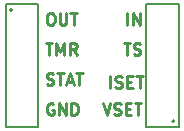
<source format=gbr>
%TF.GenerationSoftware,KiCad,Pcbnew,8.0.6*%
%TF.CreationDate,2025-01-14T14:49:09-07:00*%
%TF.ProjectId,ChargerBoard,43686172-6765-4724-926f-6172642e6b69,rev?*%
%TF.SameCoordinates,Original*%
%TF.FileFunction,Legend,Top*%
%TF.FilePolarity,Positive*%
%FSLAX46Y46*%
G04 Gerber Fmt 4.6, Leading zero omitted, Abs format (unit mm)*
G04 Created by KiCad (PCBNEW 8.0.6) date 2025-01-14 14:49:09*
%MOMM*%
%LPD*%
G01*
G04 APERTURE LIST*
%ADD10C,0.250000*%
%ADD11C,0.200000*%
G04 APERTURE END LIST*
D10*
X144103044Y-93352619D02*
X144293520Y-93352619D01*
X144293520Y-93352619D02*
X144388758Y-93400238D01*
X144388758Y-93400238D02*
X144483996Y-93495476D01*
X144483996Y-93495476D02*
X144531615Y-93685952D01*
X144531615Y-93685952D02*
X144531615Y-94019285D01*
X144531615Y-94019285D02*
X144483996Y-94209761D01*
X144483996Y-94209761D02*
X144388758Y-94305000D01*
X144388758Y-94305000D02*
X144293520Y-94352619D01*
X144293520Y-94352619D02*
X144103044Y-94352619D01*
X144103044Y-94352619D02*
X144007806Y-94305000D01*
X144007806Y-94305000D02*
X143912568Y-94209761D01*
X143912568Y-94209761D02*
X143864949Y-94019285D01*
X143864949Y-94019285D02*
X143864949Y-93685952D01*
X143864949Y-93685952D02*
X143912568Y-93495476D01*
X143912568Y-93495476D02*
X144007806Y-93400238D01*
X144007806Y-93400238D02*
X144103044Y-93352619D01*
X144960187Y-93352619D02*
X144960187Y-94162142D01*
X144960187Y-94162142D02*
X145007806Y-94257380D01*
X145007806Y-94257380D02*
X145055425Y-94305000D01*
X145055425Y-94305000D02*
X145150663Y-94352619D01*
X145150663Y-94352619D02*
X145341139Y-94352619D01*
X145341139Y-94352619D02*
X145436377Y-94305000D01*
X145436377Y-94305000D02*
X145483996Y-94257380D01*
X145483996Y-94257380D02*
X145531615Y-94162142D01*
X145531615Y-94162142D02*
X145531615Y-93352619D01*
X145864949Y-93352619D02*
X146436377Y-93352619D01*
X146150663Y-94352619D02*
X146150663Y-93352619D01*
X150672568Y-94364619D02*
X150672568Y-93364619D01*
X151148758Y-94364619D02*
X151148758Y-93364619D01*
X151148758Y-93364619D02*
X151720186Y-94364619D01*
X151720186Y-94364619D02*
X151720186Y-93364619D01*
X148595711Y-100972619D02*
X148929044Y-101972619D01*
X148929044Y-101972619D02*
X149262377Y-100972619D01*
X149548092Y-101925000D02*
X149690949Y-101972619D01*
X149690949Y-101972619D02*
X149929044Y-101972619D01*
X149929044Y-101972619D02*
X150024282Y-101925000D01*
X150024282Y-101925000D02*
X150071901Y-101877380D01*
X150071901Y-101877380D02*
X150119520Y-101782142D01*
X150119520Y-101782142D02*
X150119520Y-101686904D01*
X150119520Y-101686904D02*
X150071901Y-101591666D01*
X150071901Y-101591666D02*
X150024282Y-101544047D01*
X150024282Y-101544047D02*
X149929044Y-101496428D01*
X149929044Y-101496428D02*
X149738568Y-101448809D01*
X149738568Y-101448809D02*
X149643330Y-101401190D01*
X149643330Y-101401190D02*
X149595711Y-101353571D01*
X149595711Y-101353571D02*
X149548092Y-101258333D01*
X149548092Y-101258333D02*
X149548092Y-101163095D01*
X149548092Y-101163095D02*
X149595711Y-101067857D01*
X149595711Y-101067857D02*
X149643330Y-101020238D01*
X149643330Y-101020238D02*
X149738568Y-100972619D01*
X149738568Y-100972619D02*
X149976663Y-100972619D01*
X149976663Y-100972619D02*
X150119520Y-101020238D01*
X150548092Y-101448809D02*
X150881425Y-101448809D01*
X151024282Y-101972619D02*
X150548092Y-101972619D01*
X150548092Y-101972619D02*
X150548092Y-100972619D01*
X150548092Y-100972619D02*
X151024282Y-100972619D01*
X151309997Y-100972619D02*
X151881425Y-100972619D01*
X151595711Y-101972619D02*
X151595711Y-100972619D01*
X150373711Y-95892619D02*
X150945139Y-95892619D01*
X150659425Y-96892619D02*
X150659425Y-95892619D01*
X151230854Y-96845000D02*
X151373711Y-96892619D01*
X151373711Y-96892619D02*
X151611806Y-96892619D01*
X151611806Y-96892619D02*
X151707044Y-96845000D01*
X151707044Y-96845000D02*
X151754663Y-96797380D01*
X151754663Y-96797380D02*
X151802282Y-96702142D01*
X151802282Y-96702142D02*
X151802282Y-96606904D01*
X151802282Y-96606904D02*
X151754663Y-96511666D01*
X151754663Y-96511666D02*
X151707044Y-96464047D01*
X151707044Y-96464047D02*
X151611806Y-96416428D01*
X151611806Y-96416428D02*
X151421330Y-96368809D01*
X151421330Y-96368809D02*
X151326092Y-96321190D01*
X151326092Y-96321190D02*
X151278473Y-96273571D01*
X151278473Y-96273571D02*
X151230854Y-96178333D01*
X151230854Y-96178333D02*
X151230854Y-96083095D01*
X151230854Y-96083095D02*
X151278473Y-95987857D01*
X151278473Y-95987857D02*
X151326092Y-95940238D01*
X151326092Y-95940238D02*
X151421330Y-95892619D01*
X151421330Y-95892619D02*
X151659425Y-95892619D01*
X151659425Y-95892619D02*
X151802282Y-95940238D01*
X149246568Y-99686619D02*
X149246568Y-98686619D01*
X149675139Y-99639000D02*
X149817996Y-99686619D01*
X149817996Y-99686619D02*
X150056091Y-99686619D01*
X150056091Y-99686619D02*
X150151329Y-99639000D01*
X150151329Y-99639000D02*
X150198948Y-99591380D01*
X150198948Y-99591380D02*
X150246567Y-99496142D01*
X150246567Y-99496142D02*
X150246567Y-99400904D01*
X150246567Y-99400904D02*
X150198948Y-99305666D01*
X150198948Y-99305666D02*
X150151329Y-99258047D01*
X150151329Y-99258047D02*
X150056091Y-99210428D01*
X150056091Y-99210428D02*
X149865615Y-99162809D01*
X149865615Y-99162809D02*
X149770377Y-99115190D01*
X149770377Y-99115190D02*
X149722758Y-99067571D01*
X149722758Y-99067571D02*
X149675139Y-98972333D01*
X149675139Y-98972333D02*
X149675139Y-98877095D01*
X149675139Y-98877095D02*
X149722758Y-98781857D01*
X149722758Y-98781857D02*
X149770377Y-98734238D01*
X149770377Y-98734238D02*
X149865615Y-98686619D01*
X149865615Y-98686619D02*
X150103710Y-98686619D01*
X150103710Y-98686619D02*
X150246567Y-98734238D01*
X150675139Y-99162809D02*
X151008472Y-99162809D01*
X151151329Y-99686619D02*
X150675139Y-99686619D01*
X150675139Y-99686619D02*
X150675139Y-98686619D01*
X150675139Y-98686619D02*
X151151329Y-98686619D01*
X151437044Y-98686619D02*
X152008472Y-98686619D01*
X151722758Y-99686619D02*
X151722758Y-98686619D01*
X144436377Y-101020238D02*
X144341139Y-100972619D01*
X144341139Y-100972619D02*
X144198282Y-100972619D01*
X144198282Y-100972619D02*
X144055425Y-101020238D01*
X144055425Y-101020238D02*
X143960187Y-101115476D01*
X143960187Y-101115476D02*
X143912568Y-101210714D01*
X143912568Y-101210714D02*
X143864949Y-101401190D01*
X143864949Y-101401190D02*
X143864949Y-101544047D01*
X143864949Y-101544047D02*
X143912568Y-101734523D01*
X143912568Y-101734523D02*
X143960187Y-101829761D01*
X143960187Y-101829761D02*
X144055425Y-101925000D01*
X144055425Y-101925000D02*
X144198282Y-101972619D01*
X144198282Y-101972619D02*
X144293520Y-101972619D01*
X144293520Y-101972619D02*
X144436377Y-101925000D01*
X144436377Y-101925000D02*
X144483996Y-101877380D01*
X144483996Y-101877380D02*
X144483996Y-101544047D01*
X144483996Y-101544047D02*
X144293520Y-101544047D01*
X144912568Y-101972619D02*
X144912568Y-100972619D01*
X144912568Y-100972619D02*
X145483996Y-101972619D01*
X145483996Y-101972619D02*
X145483996Y-100972619D01*
X145960187Y-101972619D02*
X145960187Y-100972619D01*
X145960187Y-100972619D02*
X146198282Y-100972619D01*
X146198282Y-100972619D02*
X146341139Y-101020238D01*
X146341139Y-101020238D02*
X146436377Y-101115476D01*
X146436377Y-101115476D02*
X146483996Y-101210714D01*
X146483996Y-101210714D02*
X146531615Y-101401190D01*
X146531615Y-101401190D02*
X146531615Y-101544047D01*
X146531615Y-101544047D02*
X146483996Y-101734523D01*
X146483996Y-101734523D02*
X146436377Y-101829761D01*
X146436377Y-101829761D02*
X146341139Y-101925000D01*
X146341139Y-101925000D02*
X146198282Y-101972619D01*
X146198282Y-101972619D02*
X145960187Y-101972619D01*
X143864949Y-99385000D02*
X144007806Y-99432619D01*
X144007806Y-99432619D02*
X144245901Y-99432619D01*
X144245901Y-99432619D02*
X144341139Y-99385000D01*
X144341139Y-99385000D02*
X144388758Y-99337380D01*
X144388758Y-99337380D02*
X144436377Y-99242142D01*
X144436377Y-99242142D02*
X144436377Y-99146904D01*
X144436377Y-99146904D02*
X144388758Y-99051666D01*
X144388758Y-99051666D02*
X144341139Y-99004047D01*
X144341139Y-99004047D02*
X144245901Y-98956428D01*
X144245901Y-98956428D02*
X144055425Y-98908809D01*
X144055425Y-98908809D02*
X143960187Y-98861190D01*
X143960187Y-98861190D02*
X143912568Y-98813571D01*
X143912568Y-98813571D02*
X143864949Y-98718333D01*
X143864949Y-98718333D02*
X143864949Y-98623095D01*
X143864949Y-98623095D02*
X143912568Y-98527857D01*
X143912568Y-98527857D02*
X143960187Y-98480238D01*
X143960187Y-98480238D02*
X144055425Y-98432619D01*
X144055425Y-98432619D02*
X144293520Y-98432619D01*
X144293520Y-98432619D02*
X144436377Y-98480238D01*
X144722092Y-98432619D02*
X145293520Y-98432619D01*
X145007806Y-99432619D02*
X145007806Y-98432619D01*
X145579235Y-99146904D02*
X146055425Y-99146904D01*
X145483997Y-99432619D02*
X145817330Y-98432619D01*
X145817330Y-98432619D02*
X146150663Y-99432619D01*
X146341140Y-98432619D02*
X146912568Y-98432619D01*
X146626854Y-99432619D02*
X146626854Y-98432619D01*
X143769711Y-95892619D02*
X144341139Y-95892619D01*
X144055425Y-96892619D02*
X144055425Y-95892619D01*
X144674473Y-96892619D02*
X144674473Y-95892619D01*
X144674473Y-95892619D02*
X145007806Y-96606904D01*
X145007806Y-96606904D02*
X145341139Y-95892619D01*
X145341139Y-95892619D02*
X145341139Y-96892619D01*
X146388758Y-96892619D02*
X146055425Y-96416428D01*
X145817330Y-96892619D02*
X145817330Y-95892619D01*
X145817330Y-95892619D02*
X146198282Y-95892619D01*
X146198282Y-95892619D02*
X146293520Y-95940238D01*
X146293520Y-95940238D02*
X146341139Y-95987857D01*
X146341139Y-95987857D02*
X146388758Y-96083095D01*
X146388758Y-96083095D02*
X146388758Y-96225952D01*
X146388758Y-96225952D02*
X146341139Y-96321190D01*
X146341139Y-96321190D02*
X146293520Y-96368809D01*
X146293520Y-96368809D02*
X146198282Y-96416428D01*
X146198282Y-96416428D02*
X145817330Y-96416428D01*
D11*
%TO.C,J2*%
X152300000Y-92610000D02*
X155040000Y-92610000D01*
X152300000Y-102970000D02*
X152300000Y-92610000D01*
X155040000Y-92610000D02*
X155040000Y-102970000D01*
X155040000Y-102970000D02*
X152300000Y-102970000D01*
X154670000Y-102490000D02*
G75*
G02*
X154470000Y-102490000I-100000J0D01*
G01*
X154470000Y-102490000D02*
G75*
G02*
X154670000Y-102490000I100000J0D01*
G01*
%TO.C,J1*%
X140380000Y-92610000D02*
X143120000Y-92610000D01*
X140380000Y-102970000D02*
X140380000Y-92610000D01*
X143120000Y-92610000D02*
X143120000Y-102970000D01*
X143120000Y-102970000D02*
X140380000Y-102970000D01*
X140950000Y-93090000D02*
G75*
G02*
X140750000Y-93090000I-100000J0D01*
G01*
X140750000Y-93090000D02*
G75*
G02*
X140950000Y-93090000I100000J0D01*
G01*
%TD*%
M02*

</source>
